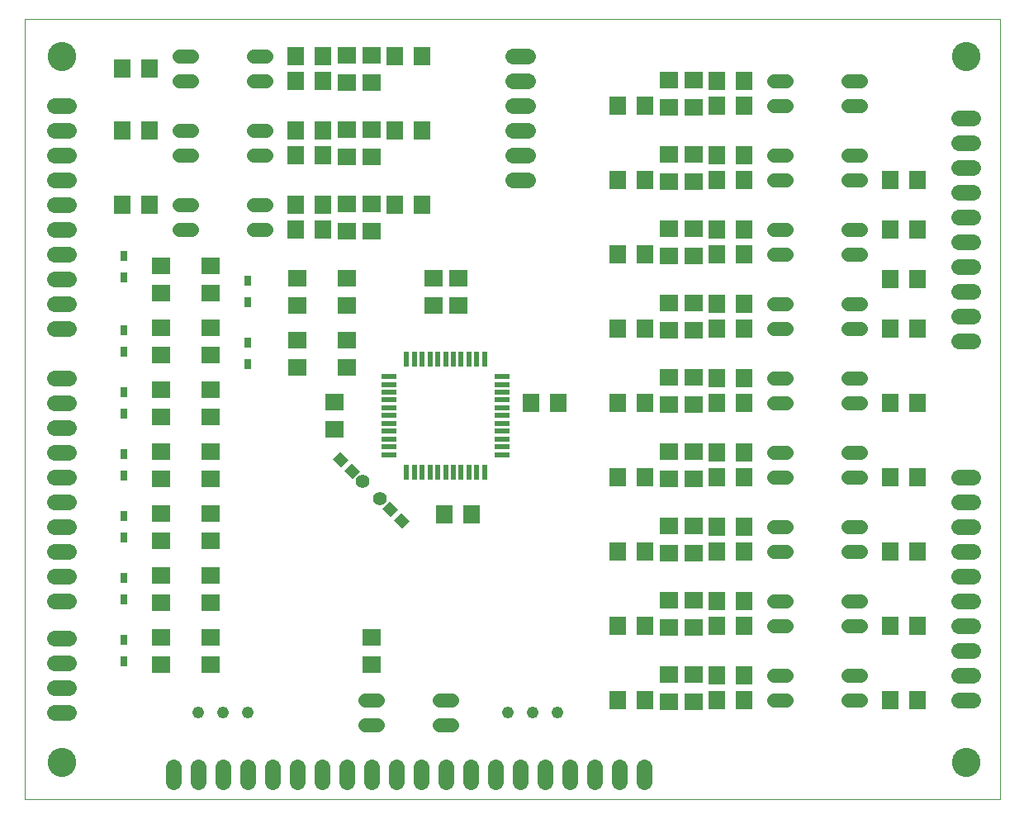
<source format=gts>
G75*
%MOIN*%
%OFA0B0*%
%FSLAX25Y25*%
%IPPOS*%
%LPD*%
%AMOC8*
5,1,8,0,0,1.08239X$1,22.5*
%
%ADD10C,0.00000*%
%ADD11R,0.06306X0.02369*%
%ADD12R,0.02369X0.06306*%
%ADD13R,0.06699X0.07487*%
%ADD14R,0.07487X0.06699*%
%ADD15R,0.07498X0.06699*%
%ADD16C,0.05600*%
%ADD17R,0.06699X0.07498*%
%ADD18C,0.06400*%
%ADD19C,0.04800*%
%ADD20R,0.02762X0.04337*%
%ADD21C,0.05600*%
%ADD22R,0.04731X0.04337*%
%ADD23C,0.06337*%
%ADD24C,0.11424*%
D10*
X0008000Y0004500D02*
X0008000Y0319461D01*
X0401701Y0319461D01*
X0401701Y0004500D01*
X0008000Y0004500D01*
X0017488Y0019500D02*
X0017490Y0019648D01*
X0017496Y0019796D01*
X0017506Y0019944D01*
X0017520Y0020091D01*
X0017538Y0020238D01*
X0017559Y0020384D01*
X0017585Y0020530D01*
X0017615Y0020675D01*
X0017648Y0020819D01*
X0017686Y0020962D01*
X0017727Y0021104D01*
X0017772Y0021245D01*
X0017820Y0021385D01*
X0017873Y0021524D01*
X0017929Y0021661D01*
X0017989Y0021796D01*
X0018052Y0021930D01*
X0018119Y0022062D01*
X0018190Y0022192D01*
X0018264Y0022320D01*
X0018341Y0022446D01*
X0018422Y0022570D01*
X0018506Y0022692D01*
X0018593Y0022811D01*
X0018684Y0022928D01*
X0018778Y0023043D01*
X0018874Y0023155D01*
X0018974Y0023265D01*
X0019076Y0023371D01*
X0019182Y0023475D01*
X0019290Y0023576D01*
X0019401Y0023674D01*
X0019514Y0023770D01*
X0019630Y0023862D01*
X0019748Y0023951D01*
X0019869Y0024036D01*
X0019992Y0024119D01*
X0020117Y0024198D01*
X0020244Y0024274D01*
X0020373Y0024346D01*
X0020504Y0024415D01*
X0020637Y0024480D01*
X0020772Y0024541D01*
X0020908Y0024599D01*
X0021045Y0024654D01*
X0021184Y0024704D01*
X0021325Y0024751D01*
X0021466Y0024794D01*
X0021609Y0024834D01*
X0021753Y0024869D01*
X0021897Y0024901D01*
X0022043Y0024928D01*
X0022189Y0024952D01*
X0022336Y0024972D01*
X0022483Y0024988D01*
X0022630Y0025000D01*
X0022778Y0025008D01*
X0022926Y0025012D01*
X0023074Y0025012D01*
X0023222Y0025008D01*
X0023370Y0025000D01*
X0023517Y0024988D01*
X0023664Y0024972D01*
X0023811Y0024952D01*
X0023957Y0024928D01*
X0024103Y0024901D01*
X0024247Y0024869D01*
X0024391Y0024834D01*
X0024534Y0024794D01*
X0024675Y0024751D01*
X0024816Y0024704D01*
X0024955Y0024654D01*
X0025092Y0024599D01*
X0025228Y0024541D01*
X0025363Y0024480D01*
X0025496Y0024415D01*
X0025627Y0024346D01*
X0025756Y0024274D01*
X0025883Y0024198D01*
X0026008Y0024119D01*
X0026131Y0024036D01*
X0026252Y0023951D01*
X0026370Y0023862D01*
X0026486Y0023770D01*
X0026599Y0023674D01*
X0026710Y0023576D01*
X0026818Y0023475D01*
X0026924Y0023371D01*
X0027026Y0023265D01*
X0027126Y0023155D01*
X0027222Y0023043D01*
X0027316Y0022928D01*
X0027407Y0022811D01*
X0027494Y0022692D01*
X0027578Y0022570D01*
X0027659Y0022446D01*
X0027736Y0022320D01*
X0027810Y0022192D01*
X0027881Y0022062D01*
X0027948Y0021930D01*
X0028011Y0021796D01*
X0028071Y0021661D01*
X0028127Y0021524D01*
X0028180Y0021385D01*
X0028228Y0021245D01*
X0028273Y0021104D01*
X0028314Y0020962D01*
X0028352Y0020819D01*
X0028385Y0020675D01*
X0028415Y0020530D01*
X0028441Y0020384D01*
X0028462Y0020238D01*
X0028480Y0020091D01*
X0028494Y0019944D01*
X0028504Y0019796D01*
X0028510Y0019648D01*
X0028512Y0019500D01*
X0028510Y0019352D01*
X0028504Y0019204D01*
X0028494Y0019056D01*
X0028480Y0018909D01*
X0028462Y0018762D01*
X0028441Y0018616D01*
X0028415Y0018470D01*
X0028385Y0018325D01*
X0028352Y0018181D01*
X0028314Y0018038D01*
X0028273Y0017896D01*
X0028228Y0017755D01*
X0028180Y0017615D01*
X0028127Y0017476D01*
X0028071Y0017339D01*
X0028011Y0017204D01*
X0027948Y0017070D01*
X0027881Y0016938D01*
X0027810Y0016808D01*
X0027736Y0016680D01*
X0027659Y0016554D01*
X0027578Y0016430D01*
X0027494Y0016308D01*
X0027407Y0016189D01*
X0027316Y0016072D01*
X0027222Y0015957D01*
X0027126Y0015845D01*
X0027026Y0015735D01*
X0026924Y0015629D01*
X0026818Y0015525D01*
X0026710Y0015424D01*
X0026599Y0015326D01*
X0026486Y0015230D01*
X0026370Y0015138D01*
X0026252Y0015049D01*
X0026131Y0014964D01*
X0026008Y0014881D01*
X0025883Y0014802D01*
X0025756Y0014726D01*
X0025627Y0014654D01*
X0025496Y0014585D01*
X0025363Y0014520D01*
X0025228Y0014459D01*
X0025092Y0014401D01*
X0024955Y0014346D01*
X0024816Y0014296D01*
X0024675Y0014249D01*
X0024534Y0014206D01*
X0024391Y0014166D01*
X0024247Y0014131D01*
X0024103Y0014099D01*
X0023957Y0014072D01*
X0023811Y0014048D01*
X0023664Y0014028D01*
X0023517Y0014012D01*
X0023370Y0014000D01*
X0023222Y0013992D01*
X0023074Y0013988D01*
X0022926Y0013988D01*
X0022778Y0013992D01*
X0022630Y0014000D01*
X0022483Y0014012D01*
X0022336Y0014028D01*
X0022189Y0014048D01*
X0022043Y0014072D01*
X0021897Y0014099D01*
X0021753Y0014131D01*
X0021609Y0014166D01*
X0021466Y0014206D01*
X0021325Y0014249D01*
X0021184Y0014296D01*
X0021045Y0014346D01*
X0020908Y0014401D01*
X0020772Y0014459D01*
X0020637Y0014520D01*
X0020504Y0014585D01*
X0020373Y0014654D01*
X0020244Y0014726D01*
X0020117Y0014802D01*
X0019992Y0014881D01*
X0019869Y0014964D01*
X0019748Y0015049D01*
X0019630Y0015138D01*
X0019514Y0015230D01*
X0019401Y0015326D01*
X0019290Y0015424D01*
X0019182Y0015525D01*
X0019076Y0015629D01*
X0018974Y0015735D01*
X0018874Y0015845D01*
X0018778Y0015957D01*
X0018684Y0016072D01*
X0018593Y0016189D01*
X0018506Y0016308D01*
X0018422Y0016430D01*
X0018341Y0016554D01*
X0018264Y0016680D01*
X0018190Y0016808D01*
X0018119Y0016938D01*
X0018052Y0017070D01*
X0017989Y0017204D01*
X0017929Y0017339D01*
X0017873Y0017476D01*
X0017820Y0017615D01*
X0017772Y0017755D01*
X0017727Y0017896D01*
X0017686Y0018038D01*
X0017648Y0018181D01*
X0017615Y0018325D01*
X0017585Y0018470D01*
X0017559Y0018616D01*
X0017538Y0018762D01*
X0017520Y0018909D01*
X0017506Y0019056D01*
X0017496Y0019204D01*
X0017490Y0019352D01*
X0017488Y0019500D01*
X0017488Y0304500D02*
X0017490Y0304648D01*
X0017496Y0304796D01*
X0017506Y0304944D01*
X0017520Y0305091D01*
X0017538Y0305238D01*
X0017559Y0305384D01*
X0017585Y0305530D01*
X0017615Y0305675D01*
X0017648Y0305819D01*
X0017686Y0305962D01*
X0017727Y0306104D01*
X0017772Y0306245D01*
X0017820Y0306385D01*
X0017873Y0306524D01*
X0017929Y0306661D01*
X0017989Y0306796D01*
X0018052Y0306930D01*
X0018119Y0307062D01*
X0018190Y0307192D01*
X0018264Y0307320D01*
X0018341Y0307446D01*
X0018422Y0307570D01*
X0018506Y0307692D01*
X0018593Y0307811D01*
X0018684Y0307928D01*
X0018778Y0308043D01*
X0018874Y0308155D01*
X0018974Y0308265D01*
X0019076Y0308371D01*
X0019182Y0308475D01*
X0019290Y0308576D01*
X0019401Y0308674D01*
X0019514Y0308770D01*
X0019630Y0308862D01*
X0019748Y0308951D01*
X0019869Y0309036D01*
X0019992Y0309119D01*
X0020117Y0309198D01*
X0020244Y0309274D01*
X0020373Y0309346D01*
X0020504Y0309415D01*
X0020637Y0309480D01*
X0020772Y0309541D01*
X0020908Y0309599D01*
X0021045Y0309654D01*
X0021184Y0309704D01*
X0021325Y0309751D01*
X0021466Y0309794D01*
X0021609Y0309834D01*
X0021753Y0309869D01*
X0021897Y0309901D01*
X0022043Y0309928D01*
X0022189Y0309952D01*
X0022336Y0309972D01*
X0022483Y0309988D01*
X0022630Y0310000D01*
X0022778Y0310008D01*
X0022926Y0310012D01*
X0023074Y0310012D01*
X0023222Y0310008D01*
X0023370Y0310000D01*
X0023517Y0309988D01*
X0023664Y0309972D01*
X0023811Y0309952D01*
X0023957Y0309928D01*
X0024103Y0309901D01*
X0024247Y0309869D01*
X0024391Y0309834D01*
X0024534Y0309794D01*
X0024675Y0309751D01*
X0024816Y0309704D01*
X0024955Y0309654D01*
X0025092Y0309599D01*
X0025228Y0309541D01*
X0025363Y0309480D01*
X0025496Y0309415D01*
X0025627Y0309346D01*
X0025756Y0309274D01*
X0025883Y0309198D01*
X0026008Y0309119D01*
X0026131Y0309036D01*
X0026252Y0308951D01*
X0026370Y0308862D01*
X0026486Y0308770D01*
X0026599Y0308674D01*
X0026710Y0308576D01*
X0026818Y0308475D01*
X0026924Y0308371D01*
X0027026Y0308265D01*
X0027126Y0308155D01*
X0027222Y0308043D01*
X0027316Y0307928D01*
X0027407Y0307811D01*
X0027494Y0307692D01*
X0027578Y0307570D01*
X0027659Y0307446D01*
X0027736Y0307320D01*
X0027810Y0307192D01*
X0027881Y0307062D01*
X0027948Y0306930D01*
X0028011Y0306796D01*
X0028071Y0306661D01*
X0028127Y0306524D01*
X0028180Y0306385D01*
X0028228Y0306245D01*
X0028273Y0306104D01*
X0028314Y0305962D01*
X0028352Y0305819D01*
X0028385Y0305675D01*
X0028415Y0305530D01*
X0028441Y0305384D01*
X0028462Y0305238D01*
X0028480Y0305091D01*
X0028494Y0304944D01*
X0028504Y0304796D01*
X0028510Y0304648D01*
X0028512Y0304500D01*
X0028510Y0304352D01*
X0028504Y0304204D01*
X0028494Y0304056D01*
X0028480Y0303909D01*
X0028462Y0303762D01*
X0028441Y0303616D01*
X0028415Y0303470D01*
X0028385Y0303325D01*
X0028352Y0303181D01*
X0028314Y0303038D01*
X0028273Y0302896D01*
X0028228Y0302755D01*
X0028180Y0302615D01*
X0028127Y0302476D01*
X0028071Y0302339D01*
X0028011Y0302204D01*
X0027948Y0302070D01*
X0027881Y0301938D01*
X0027810Y0301808D01*
X0027736Y0301680D01*
X0027659Y0301554D01*
X0027578Y0301430D01*
X0027494Y0301308D01*
X0027407Y0301189D01*
X0027316Y0301072D01*
X0027222Y0300957D01*
X0027126Y0300845D01*
X0027026Y0300735D01*
X0026924Y0300629D01*
X0026818Y0300525D01*
X0026710Y0300424D01*
X0026599Y0300326D01*
X0026486Y0300230D01*
X0026370Y0300138D01*
X0026252Y0300049D01*
X0026131Y0299964D01*
X0026008Y0299881D01*
X0025883Y0299802D01*
X0025756Y0299726D01*
X0025627Y0299654D01*
X0025496Y0299585D01*
X0025363Y0299520D01*
X0025228Y0299459D01*
X0025092Y0299401D01*
X0024955Y0299346D01*
X0024816Y0299296D01*
X0024675Y0299249D01*
X0024534Y0299206D01*
X0024391Y0299166D01*
X0024247Y0299131D01*
X0024103Y0299099D01*
X0023957Y0299072D01*
X0023811Y0299048D01*
X0023664Y0299028D01*
X0023517Y0299012D01*
X0023370Y0299000D01*
X0023222Y0298992D01*
X0023074Y0298988D01*
X0022926Y0298988D01*
X0022778Y0298992D01*
X0022630Y0299000D01*
X0022483Y0299012D01*
X0022336Y0299028D01*
X0022189Y0299048D01*
X0022043Y0299072D01*
X0021897Y0299099D01*
X0021753Y0299131D01*
X0021609Y0299166D01*
X0021466Y0299206D01*
X0021325Y0299249D01*
X0021184Y0299296D01*
X0021045Y0299346D01*
X0020908Y0299401D01*
X0020772Y0299459D01*
X0020637Y0299520D01*
X0020504Y0299585D01*
X0020373Y0299654D01*
X0020244Y0299726D01*
X0020117Y0299802D01*
X0019992Y0299881D01*
X0019869Y0299964D01*
X0019748Y0300049D01*
X0019630Y0300138D01*
X0019514Y0300230D01*
X0019401Y0300326D01*
X0019290Y0300424D01*
X0019182Y0300525D01*
X0019076Y0300629D01*
X0018974Y0300735D01*
X0018874Y0300845D01*
X0018778Y0300957D01*
X0018684Y0301072D01*
X0018593Y0301189D01*
X0018506Y0301308D01*
X0018422Y0301430D01*
X0018341Y0301554D01*
X0018264Y0301680D01*
X0018190Y0301808D01*
X0018119Y0301938D01*
X0018052Y0302070D01*
X0017989Y0302204D01*
X0017929Y0302339D01*
X0017873Y0302476D01*
X0017820Y0302615D01*
X0017772Y0302755D01*
X0017727Y0302896D01*
X0017686Y0303038D01*
X0017648Y0303181D01*
X0017615Y0303325D01*
X0017585Y0303470D01*
X0017559Y0303616D01*
X0017538Y0303762D01*
X0017520Y0303909D01*
X0017506Y0304056D01*
X0017496Y0304204D01*
X0017490Y0304352D01*
X0017488Y0304500D01*
X0382488Y0304500D02*
X0382490Y0304648D01*
X0382496Y0304796D01*
X0382506Y0304944D01*
X0382520Y0305091D01*
X0382538Y0305238D01*
X0382559Y0305384D01*
X0382585Y0305530D01*
X0382615Y0305675D01*
X0382648Y0305819D01*
X0382686Y0305962D01*
X0382727Y0306104D01*
X0382772Y0306245D01*
X0382820Y0306385D01*
X0382873Y0306524D01*
X0382929Y0306661D01*
X0382989Y0306796D01*
X0383052Y0306930D01*
X0383119Y0307062D01*
X0383190Y0307192D01*
X0383264Y0307320D01*
X0383341Y0307446D01*
X0383422Y0307570D01*
X0383506Y0307692D01*
X0383593Y0307811D01*
X0383684Y0307928D01*
X0383778Y0308043D01*
X0383874Y0308155D01*
X0383974Y0308265D01*
X0384076Y0308371D01*
X0384182Y0308475D01*
X0384290Y0308576D01*
X0384401Y0308674D01*
X0384514Y0308770D01*
X0384630Y0308862D01*
X0384748Y0308951D01*
X0384869Y0309036D01*
X0384992Y0309119D01*
X0385117Y0309198D01*
X0385244Y0309274D01*
X0385373Y0309346D01*
X0385504Y0309415D01*
X0385637Y0309480D01*
X0385772Y0309541D01*
X0385908Y0309599D01*
X0386045Y0309654D01*
X0386184Y0309704D01*
X0386325Y0309751D01*
X0386466Y0309794D01*
X0386609Y0309834D01*
X0386753Y0309869D01*
X0386897Y0309901D01*
X0387043Y0309928D01*
X0387189Y0309952D01*
X0387336Y0309972D01*
X0387483Y0309988D01*
X0387630Y0310000D01*
X0387778Y0310008D01*
X0387926Y0310012D01*
X0388074Y0310012D01*
X0388222Y0310008D01*
X0388370Y0310000D01*
X0388517Y0309988D01*
X0388664Y0309972D01*
X0388811Y0309952D01*
X0388957Y0309928D01*
X0389103Y0309901D01*
X0389247Y0309869D01*
X0389391Y0309834D01*
X0389534Y0309794D01*
X0389675Y0309751D01*
X0389816Y0309704D01*
X0389955Y0309654D01*
X0390092Y0309599D01*
X0390228Y0309541D01*
X0390363Y0309480D01*
X0390496Y0309415D01*
X0390627Y0309346D01*
X0390756Y0309274D01*
X0390883Y0309198D01*
X0391008Y0309119D01*
X0391131Y0309036D01*
X0391252Y0308951D01*
X0391370Y0308862D01*
X0391486Y0308770D01*
X0391599Y0308674D01*
X0391710Y0308576D01*
X0391818Y0308475D01*
X0391924Y0308371D01*
X0392026Y0308265D01*
X0392126Y0308155D01*
X0392222Y0308043D01*
X0392316Y0307928D01*
X0392407Y0307811D01*
X0392494Y0307692D01*
X0392578Y0307570D01*
X0392659Y0307446D01*
X0392736Y0307320D01*
X0392810Y0307192D01*
X0392881Y0307062D01*
X0392948Y0306930D01*
X0393011Y0306796D01*
X0393071Y0306661D01*
X0393127Y0306524D01*
X0393180Y0306385D01*
X0393228Y0306245D01*
X0393273Y0306104D01*
X0393314Y0305962D01*
X0393352Y0305819D01*
X0393385Y0305675D01*
X0393415Y0305530D01*
X0393441Y0305384D01*
X0393462Y0305238D01*
X0393480Y0305091D01*
X0393494Y0304944D01*
X0393504Y0304796D01*
X0393510Y0304648D01*
X0393512Y0304500D01*
X0393510Y0304352D01*
X0393504Y0304204D01*
X0393494Y0304056D01*
X0393480Y0303909D01*
X0393462Y0303762D01*
X0393441Y0303616D01*
X0393415Y0303470D01*
X0393385Y0303325D01*
X0393352Y0303181D01*
X0393314Y0303038D01*
X0393273Y0302896D01*
X0393228Y0302755D01*
X0393180Y0302615D01*
X0393127Y0302476D01*
X0393071Y0302339D01*
X0393011Y0302204D01*
X0392948Y0302070D01*
X0392881Y0301938D01*
X0392810Y0301808D01*
X0392736Y0301680D01*
X0392659Y0301554D01*
X0392578Y0301430D01*
X0392494Y0301308D01*
X0392407Y0301189D01*
X0392316Y0301072D01*
X0392222Y0300957D01*
X0392126Y0300845D01*
X0392026Y0300735D01*
X0391924Y0300629D01*
X0391818Y0300525D01*
X0391710Y0300424D01*
X0391599Y0300326D01*
X0391486Y0300230D01*
X0391370Y0300138D01*
X0391252Y0300049D01*
X0391131Y0299964D01*
X0391008Y0299881D01*
X0390883Y0299802D01*
X0390756Y0299726D01*
X0390627Y0299654D01*
X0390496Y0299585D01*
X0390363Y0299520D01*
X0390228Y0299459D01*
X0390092Y0299401D01*
X0389955Y0299346D01*
X0389816Y0299296D01*
X0389675Y0299249D01*
X0389534Y0299206D01*
X0389391Y0299166D01*
X0389247Y0299131D01*
X0389103Y0299099D01*
X0388957Y0299072D01*
X0388811Y0299048D01*
X0388664Y0299028D01*
X0388517Y0299012D01*
X0388370Y0299000D01*
X0388222Y0298992D01*
X0388074Y0298988D01*
X0387926Y0298988D01*
X0387778Y0298992D01*
X0387630Y0299000D01*
X0387483Y0299012D01*
X0387336Y0299028D01*
X0387189Y0299048D01*
X0387043Y0299072D01*
X0386897Y0299099D01*
X0386753Y0299131D01*
X0386609Y0299166D01*
X0386466Y0299206D01*
X0386325Y0299249D01*
X0386184Y0299296D01*
X0386045Y0299346D01*
X0385908Y0299401D01*
X0385772Y0299459D01*
X0385637Y0299520D01*
X0385504Y0299585D01*
X0385373Y0299654D01*
X0385244Y0299726D01*
X0385117Y0299802D01*
X0384992Y0299881D01*
X0384869Y0299964D01*
X0384748Y0300049D01*
X0384630Y0300138D01*
X0384514Y0300230D01*
X0384401Y0300326D01*
X0384290Y0300424D01*
X0384182Y0300525D01*
X0384076Y0300629D01*
X0383974Y0300735D01*
X0383874Y0300845D01*
X0383778Y0300957D01*
X0383684Y0301072D01*
X0383593Y0301189D01*
X0383506Y0301308D01*
X0383422Y0301430D01*
X0383341Y0301554D01*
X0383264Y0301680D01*
X0383190Y0301808D01*
X0383119Y0301938D01*
X0383052Y0302070D01*
X0382989Y0302204D01*
X0382929Y0302339D01*
X0382873Y0302476D01*
X0382820Y0302615D01*
X0382772Y0302755D01*
X0382727Y0302896D01*
X0382686Y0303038D01*
X0382648Y0303181D01*
X0382615Y0303325D01*
X0382585Y0303470D01*
X0382559Y0303616D01*
X0382538Y0303762D01*
X0382520Y0303909D01*
X0382506Y0304056D01*
X0382496Y0304204D01*
X0382490Y0304352D01*
X0382488Y0304500D01*
X0382488Y0019500D02*
X0382490Y0019648D01*
X0382496Y0019796D01*
X0382506Y0019944D01*
X0382520Y0020091D01*
X0382538Y0020238D01*
X0382559Y0020384D01*
X0382585Y0020530D01*
X0382615Y0020675D01*
X0382648Y0020819D01*
X0382686Y0020962D01*
X0382727Y0021104D01*
X0382772Y0021245D01*
X0382820Y0021385D01*
X0382873Y0021524D01*
X0382929Y0021661D01*
X0382989Y0021796D01*
X0383052Y0021930D01*
X0383119Y0022062D01*
X0383190Y0022192D01*
X0383264Y0022320D01*
X0383341Y0022446D01*
X0383422Y0022570D01*
X0383506Y0022692D01*
X0383593Y0022811D01*
X0383684Y0022928D01*
X0383778Y0023043D01*
X0383874Y0023155D01*
X0383974Y0023265D01*
X0384076Y0023371D01*
X0384182Y0023475D01*
X0384290Y0023576D01*
X0384401Y0023674D01*
X0384514Y0023770D01*
X0384630Y0023862D01*
X0384748Y0023951D01*
X0384869Y0024036D01*
X0384992Y0024119D01*
X0385117Y0024198D01*
X0385244Y0024274D01*
X0385373Y0024346D01*
X0385504Y0024415D01*
X0385637Y0024480D01*
X0385772Y0024541D01*
X0385908Y0024599D01*
X0386045Y0024654D01*
X0386184Y0024704D01*
X0386325Y0024751D01*
X0386466Y0024794D01*
X0386609Y0024834D01*
X0386753Y0024869D01*
X0386897Y0024901D01*
X0387043Y0024928D01*
X0387189Y0024952D01*
X0387336Y0024972D01*
X0387483Y0024988D01*
X0387630Y0025000D01*
X0387778Y0025008D01*
X0387926Y0025012D01*
X0388074Y0025012D01*
X0388222Y0025008D01*
X0388370Y0025000D01*
X0388517Y0024988D01*
X0388664Y0024972D01*
X0388811Y0024952D01*
X0388957Y0024928D01*
X0389103Y0024901D01*
X0389247Y0024869D01*
X0389391Y0024834D01*
X0389534Y0024794D01*
X0389675Y0024751D01*
X0389816Y0024704D01*
X0389955Y0024654D01*
X0390092Y0024599D01*
X0390228Y0024541D01*
X0390363Y0024480D01*
X0390496Y0024415D01*
X0390627Y0024346D01*
X0390756Y0024274D01*
X0390883Y0024198D01*
X0391008Y0024119D01*
X0391131Y0024036D01*
X0391252Y0023951D01*
X0391370Y0023862D01*
X0391486Y0023770D01*
X0391599Y0023674D01*
X0391710Y0023576D01*
X0391818Y0023475D01*
X0391924Y0023371D01*
X0392026Y0023265D01*
X0392126Y0023155D01*
X0392222Y0023043D01*
X0392316Y0022928D01*
X0392407Y0022811D01*
X0392494Y0022692D01*
X0392578Y0022570D01*
X0392659Y0022446D01*
X0392736Y0022320D01*
X0392810Y0022192D01*
X0392881Y0022062D01*
X0392948Y0021930D01*
X0393011Y0021796D01*
X0393071Y0021661D01*
X0393127Y0021524D01*
X0393180Y0021385D01*
X0393228Y0021245D01*
X0393273Y0021104D01*
X0393314Y0020962D01*
X0393352Y0020819D01*
X0393385Y0020675D01*
X0393415Y0020530D01*
X0393441Y0020384D01*
X0393462Y0020238D01*
X0393480Y0020091D01*
X0393494Y0019944D01*
X0393504Y0019796D01*
X0393510Y0019648D01*
X0393512Y0019500D01*
X0393510Y0019352D01*
X0393504Y0019204D01*
X0393494Y0019056D01*
X0393480Y0018909D01*
X0393462Y0018762D01*
X0393441Y0018616D01*
X0393415Y0018470D01*
X0393385Y0018325D01*
X0393352Y0018181D01*
X0393314Y0018038D01*
X0393273Y0017896D01*
X0393228Y0017755D01*
X0393180Y0017615D01*
X0393127Y0017476D01*
X0393071Y0017339D01*
X0393011Y0017204D01*
X0392948Y0017070D01*
X0392881Y0016938D01*
X0392810Y0016808D01*
X0392736Y0016680D01*
X0392659Y0016554D01*
X0392578Y0016430D01*
X0392494Y0016308D01*
X0392407Y0016189D01*
X0392316Y0016072D01*
X0392222Y0015957D01*
X0392126Y0015845D01*
X0392026Y0015735D01*
X0391924Y0015629D01*
X0391818Y0015525D01*
X0391710Y0015424D01*
X0391599Y0015326D01*
X0391486Y0015230D01*
X0391370Y0015138D01*
X0391252Y0015049D01*
X0391131Y0014964D01*
X0391008Y0014881D01*
X0390883Y0014802D01*
X0390756Y0014726D01*
X0390627Y0014654D01*
X0390496Y0014585D01*
X0390363Y0014520D01*
X0390228Y0014459D01*
X0390092Y0014401D01*
X0389955Y0014346D01*
X0389816Y0014296D01*
X0389675Y0014249D01*
X0389534Y0014206D01*
X0389391Y0014166D01*
X0389247Y0014131D01*
X0389103Y0014099D01*
X0388957Y0014072D01*
X0388811Y0014048D01*
X0388664Y0014028D01*
X0388517Y0014012D01*
X0388370Y0014000D01*
X0388222Y0013992D01*
X0388074Y0013988D01*
X0387926Y0013988D01*
X0387778Y0013992D01*
X0387630Y0014000D01*
X0387483Y0014012D01*
X0387336Y0014028D01*
X0387189Y0014048D01*
X0387043Y0014072D01*
X0386897Y0014099D01*
X0386753Y0014131D01*
X0386609Y0014166D01*
X0386466Y0014206D01*
X0386325Y0014249D01*
X0386184Y0014296D01*
X0386045Y0014346D01*
X0385908Y0014401D01*
X0385772Y0014459D01*
X0385637Y0014520D01*
X0385504Y0014585D01*
X0385373Y0014654D01*
X0385244Y0014726D01*
X0385117Y0014802D01*
X0384992Y0014881D01*
X0384869Y0014964D01*
X0384748Y0015049D01*
X0384630Y0015138D01*
X0384514Y0015230D01*
X0384401Y0015326D01*
X0384290Y0015424D01*
X0384182Y0015525D01*
X0384076Y0015629D01*
X0383974Y0015735D01*
X0383874Y0015845D01*
X0383778Y0015957D01*
X0383684Y0016072D01*
X0383593Y0016189D01*
X0383506Y0016308D01*
X0383422Y0016430D01*
X0383341Y0016554D01*
X0383264Y0016680D01*
X0383190Y0016808D01*
X0383119Y0016938D01*
X0383052Y0017070D01*
X0382989Y0017204D01*
X0382929Y0017339D01*
X0382873Y0017476D01*
X0382820Y0017615D01*
X0382772Y0017755D01*
X0382727Y0017896D01*
X0382686Y0018038D01*
X0382648Y0018181D01*
X0382615Y0018325D01*
X0382585Y0018470D01*
X0382559Y0018616D01*
X0382538Y0018762D01*
X0382520Y0018909D01*
X0382506Y0019056D01*
X0382496Y0019204D01*
X0382490Y0019352D01*
X0382488Y0019500D01*
D11*
X0200835Y0143752D03*
X0200835Y0146902D03*
X0200835Y0150051D03*
X0200835Y0153201D03*
X0200835Y0156350D03*
X0200835Y0159500D03*
X0200835Y0162650D03*
X0200835Y0165799D03*
X0200835Y0168949D03*
X0200835Y0172098D03*
X0200835Y0175248D03*
X0155165Y0175248D03*
X0155165Y0172098D03*
X0155165Y0168949D03*
X0155165Y0165799D03*
X0155165Y0162650D03*
X0155165Y0159500D03*
X0155165Y0156350D03*
X0155165Y0153201D03*
X0155165Y0150051D03*
X0155165Y0146902D03*
X0155165Y0143752D03*
D12*
X0162252Y0136665D03*
X0165402Y0136665D03*
X0168551Y0136665D03*
X0171701Y0136665D03*
X0174850Y0136665D03*
X0178000Y0136665D03*
X0181150Y0136665D03*
X0184299Y0136665D03*
X0187449Y0136665D03*
X0190598Y0136665D03*
X0193748Y0136665D03*
X0193748Y0182335D03*
X0190598Y0182335D03*
X0187449Y0182335D03*
X0184299Y0182335D03*
X0181150Y0182335D03*
X0178000Y0182335D03*
X0174850Y0182335D03*
X0171701Y0182335D03*
X0168551Y0182335D03*
X0165402Y0182335D03*
X0162252Y0182335D03*
D13*
X0212488Y0164500D03*
X0223512Y0164500D03*
X0188512Y0119500D03*
X0177488Y0119500D03*
D14*
X0133000Y0153988D03*
X0133000Y0165012D03*
X0138000Y0178988D03*
X0138000Y0190012D03*
X0138000Y0203988D03*
X0138000Y0215012D03*
X0183000Y0215012D03*
X0183000Y0203988D03*
X0083000Y0208988D03*
X0083000Y0220012D03*
X0083000Y0195012D03*
X0083000Y0183988D03*
X0083000Y0170012D03*
X0083000Y0158988D03*
X0083000Y0145012D03*
X0083000Y0133988D03*
X0083000Y0120012D03*
X0083000Y0108988D03*
X0083000Y0095012D03*
X0083000Y0083988D03*
X0083000Y0070012D03*
X0083000Y0058988D03*
D15*
X0063000Y0058902D03*
X0063000Y0070098D03*
X0063000Y0083902D03*
X0063000Y0095098D03*
X0063000Y0108902D03*
X0063000Y0120098D03*
X0063000Y0133902D03*
X0063000Y0145098D03*
X0063000Y0158902D03*
X0063000Y0170098D03*
X0063000Y0183902D03*
X0063000Y0195098D03*
X0063000Y0208902D03*
X0063000Y0220098D03*
X0118000Y0215098D03*
X0118000Y0203902D03*
X0118000Y0190098D03*
X0118000Y0178902D03*
X0173000Y0203902D03*
X0173000Y0215098D03*
X0148000Y0233902D03*
X0138000Y0233902D03*
X0138000Y0245098D03*
X0148000Y0245098D03*
X0148000Y0263902D03*
X0138000Y0263902D03*
X0138000Y0275098D03*
X0148000Y0275098D03*
X0148000Y0293902D03*
X0138000Y0293902D03*
X0138000Y0305098D03*
X0148000Y0305098D03*
X0268000Y0295098D03*
X0278000Y0295098D03*
X0278000Y0283902D03*
X0268000Y0283902D03*
X0268000Y0265098D03*
X0278000Y0265098D03*
X0278000Y0253902D03*
X0268000Y0253902D03*
X0268000Y0235098D03*
X0278000Y0235098D03*
X0278000Y0223902D03*
X0268000Y0223902D03*
X0268000Y0205098D03*
X0278000Y0205098D03*
X0278000Y0193902D03*
X0268000Y0193902D03*
X0268000Y0175098D03*
X0278000Y0175098D03*
X0278000Y0163902D03*
X0268000Y0163902D03*
X0268000Y0145098D03*
X0278000Y0145098D03*
X0278000Y0133902D03*
X0268000Y0133902D03*
X0268000Y0115098D03*
X0278000Y0115098D03*
X0278000Y0103902D03*
X0268000Y0103902D03*
X0268000Y0085098D03*
X0278000Y0085098D03*
X0278000Y0073902D03*
X0268000Y0073902D03*
X0268000Y0055098D03*
X0278000Y0055098D03*
X0278000Y0043902D03*
X0268000Y0043902D03*
X0148000Y0058902D03*
X0148000Y0070098D03*
D16*
X0145400Y0044500D02*
X0150600Y0044500D01*
X0150600Y0034500D02*
X0145400Y0034500D01*
X0175400Y0034500D02*
X0180600Y0034500D01*
X0180600Y0044500D02*
X0175400Y0044500D01*
X0310400Y0044500D02*
X0315600Y0044500D01*
X0315600Y0054500D02*
X0310400Y0054500D01*
X0310400Y0074500D02*
X0315600Y0074500D01*
X0315600Y0084500D02*
X0310400Y0084500D01*
X0310400Y0104500D02*
X0315600Y0104500D01*
X0315600Y0114500D02*
X0310400Y0114500D01*
X0310400Y0134500D02*
X0315600Y0134500D01*
X0315600Y0144500D02*
X0310400Y0144500D01*
X0310400Y0164500D02*
X0315600Y0164500D01*
X0315600Y0174500D02*
X0310400Y0174500D01*
X0310400Y0194500D02*
X0315600Y0194500D01*
X0315600Y0204500D02*
X0310400Y0204500D01*
X0310400Y0224500D02*
X0315600Y0224500D01*
X0315600Y0234500D02*
X0310400Y0234500D01*
X0310400Y0254500D02*
X0315600Y0254500D01*
X0315600Y0264500D02*
X0310400Y0264500D01*
X0310400Y0284500D02*
X0315600Y0284500D01*
X0315600Y0294500D02*
X0310400Y0294500D01*
X0340400Y0294500D02*
X0345600Y0294500D01*
X0345600Y0284500D02*
X0340400Y0284500D01*
X0340400Y0264500D02*
X0345600Y0264500D01*
X0345600Y0254500D02*
X0340400Y0254500D01*
X0340400Y0234500D02*
X0345600Y0234500D01*
X0345600Y0224500D02*
X0340400Y0224500D01*
X0340400Y0204500D02*
X0345600Y0204500D01*
X0345600Y0194500D02*
X0340400Y0194500D01*
X0340400Y0174500D02*
X0345600Y0174500D01*
X0345600Y0164500D02*
X0340400Y0164500D01*
X0340400Y0144500D02*
X0345600Y0144500D01*
X0345600Y0134500D02*
X0340400Y0134500D01*
X0340400Y0114500D02*
X0345600Y0114500D01*
X0345600Y0104500D02*
X0340400Y0104500D01*
X0340400Y0084500D02*
X0345600Y0084500D01*
X0345600Y0074500D02*
X0340400Y0074500D01*
X0340400Y0054500D02*
X0345600Y0054500D01*
X0345600Y0044500D02*
X0340400Y0044500D01*
X0105600Y0234500D02*
X0100400Y0234500D01*
X0100400Y0244500D02*
X0105600Y0244500D01*
X0105600Y0264500D02*
X0100400Y0264500D01*
X0100400Y0274500D02*
X0105600Y0274500D01*
X0105600Y0294500D02*
X0100400Y0294500D01*
X0100400Y0304500D02*
X0105600Y0304500D01*
X0075600Y0304500D02*
X0070400Y0304500D01*
X0070400Y0294500D02*
X0075600Y0294500D01*
X0075600Y0274500D02*
X0070400Y0274500D01*
X0070400Y0264500D02*
X0075600Y0264500D01*
X0075600Y0244500D02*
X0070400Y0244500D01*
X0070400Y0234500D02*
X0075600Y0234500D01*
D17*
X0058598Y0244500D03*
X0047402Y0244500D03*
X0047402Y0274500D03*
X0058598Y0274500D03*
X0058598Y0299500D03*
X0047402Y0299500D03*
X0117402Y0294500D03*
X0128598Y0294500D03*
X0128598Y0304500D03*
X0117402Y0304500D03*
X0117402Y0274500D03*
X0117402Y0264500D03*
X0128598Y0264500D03*
X0128598Y0274500D03*
X0157402Y0274500D03*
X0168598Y0274500D03*
X0168598Y0244500D03*
X0157402Y0244500D03*
X0128598Y0244500D03*
X0128598Y0234500D03*
X0117402Y0234500D03*
X0117402Y0244500D03*
X0157402Y0304500D03*
X0168598Y0304500D03*
X0247402Y0284500D03*
X0258598Y0284500D03*
X0287402Y0284500D03*
X0298598Y0284500D03*
X0298598Y0294500D03*
X0287402Y0294500D03*
X0287402Y0264500D03*
X0298598Y0264500D03*
X0298598Y0254500D03*
X0287402Y0254500D03*
X0287402Y0234500D03*
X0298598Y0234500D03*
X0298598Y0224500D03*
X0287402Y0224500D03*
X0287402Y0204500D03*
X0298598Y0204500D03*
X0298598Y0194500D03*
X0287402Y0194500D03*
X0287402Y0174500D03*
X0298598Y0174500D03*
X0298598Y0164500D03*
X0287402Y0164500D03*
X0287402Y0144500D03*
X0298598Y0144500D03*
X0298598Y0134500D03*
X0287402Y0134500D03*
X0287402Y0114500D03*
X0298598Y0114500D03*
X0298598Y0104500D03*
X0287402Y0104500D03*
X0287402Y0084500D03*
X0298598Y0084500D03*
X0298598Y0074500D03*
X0287402Y0074500D03*
X0287402Y0054500D03*
X0298598Y0054500D03*
X0298598Y0044500D03*
X0287402Y0044500D03*
X0258598Y0044500D03*
X0247402Y0044500D03*
X0247402Y0074500D03*
X0258598Y0074500D03*
X0258598Y0104500D03*
X0247402Y0104500D03*
X0247402Y0134500D03*
X0258598Y0134500D03*
X0258598Y0164500D03*
X0247402Y0164500D03*
X0247402Y0194500D03*
X0258598Y0194500D03*
X0258598Y0224500D03*
X0247402Y0224500D03*
X0247402Y0254500D03*
X0258598Y0254500D03*
X0357402Y0254500D03*
X0368598Y0254500D03*
X0368598Y0234500D03*
X0357402Y0234500D03*
X0357402Y0214500D03*
X0368598Y0214500D03*
X0368598Y0194500D03*
X0357402Y0194500D03*
X0357402Y0164500D03*
X0368598Y0164500D03*
X0368598Y0134500D03*
X0357402Y0134500D03*
X0357402Y0104500D03*
X0368598Y0104500D03*
X0368598Y0074500D03*
X0357402Y0074500D03*
X0357402Y0044500D03*
X0368598Y0044500D03*
D18*
X0258000Y0017500D02*
X0258000Y0011500D01*
X0248000Y0011500D02*
X0248000Y0017500D01*
X0238000Y0017500D02*
X0238000Y0011500D01*
X0228000Y0011500D02*
X0228000Y0017500D01*
X0218000Y0017500D02*
X0218000Y0011500D01*
X0208000Y0011500D02*
X0208000Y0017500D01*
X0198000Y0017500D02*
X0198000Y0011500D01*
X0188000Y0011500D02*
X0188000Y0017500D01*
X0178000Y0017500D02*
X0178000Y0011500D01*
X0168000Y0011500D02*
X0168000Y0017500D01*
X0158000Y0017500D02*
X0158000Y0011500D01*
X0148000Y0011500D02*
X0148000Y0017500D01*
X0138000Y0017500D02*
X0138000Y0011500D01*
X0128000Y0011500D02*
X0128000Y0017500D01*
X0118000Y0017500D02*
X0118000Y0011500D01*
X0108000Y0011500D02*
X0108000Y0017500D01*
X0098000Y0017500D02*
X0098000Y0011500D01*
X0088000Y0011500D02*
X0088000Y0017500D01*
X0078000Y0017500D02*
X0078000Y0011500D01*
X0068000Y0011500D02*
X0068000Y0017500D01*
X0205000Y0254500D02*
X0211000Y0254500D01*
X0211000Y0264500D02*
X0205000Y0264500D01*
X0205000Y0274500D02*
X0211000Y0274500D01*
X0211000Y0284500D02*
X0205000Y0284500D01*
X0205000Y0294500D02*
X0211000Y0294500D01*
X0211000Y0304500D02*
X0205000Y0304500D01*
D19*
X0203000Y0039500D03*
X0213000Y0039500D03*
X0223000Y0039500D03*
X0098000Y0039500D03*
X0088000Y0039500D03*
X0078000Y0039500D03*
D20*
X0048000Y0060169D03*
X0048000Y0068831D03*
X0048000Y0085169D03*
X0048000Y0093831D03*
X0048000Y0110169D03*
X0048000Y0118831D03*
X0048000Y0135169D03*
X0048000Y0143831D03*
X0048000Y0160169D03*
X0048000Y0168831D03*
X0048000Y0185169D03*
X0048000Y0193831D03*
X0048000Y0215169D03*
X0048000Y0223831D03*
X0098000Y0213831D03*
X0098000Y0205169D03*
X0098000Y0188831D03*
X0098000Y0180169D03*
D21*
X0144464Y0133036D03*
X0151536Y0125964D03*
D22*
G36*
X0155495Y0125071D02*
X0158839Y0121727D01*
X0155773Y0118661D01*
X0152429Y0122005D01*
X0155495Y0125071D01*
G37*
G36*
X0160227Y0120339D02*
X0163571Y0116995D01*
X0160505Y0113929D01*
X0157161Y0117273D01*
X0160227Y0120339D01*
G37*
G36*
X0140505Y0133929D02*
X0137161Y0137273D01*
X0140227Y0140339D01*
X0143571Y0136995D01*
X0140505Y0133929D01*
G37*
G36*
X0135773Y0138661D02*
X0132429Y0142005D01*
X0135495Y0145071D01*
X0138839Y0141727D01*
X0135773Y0138661D01*
G37*
D23*
X0025969Y0134500D02*
X0020031Y0134500D01*
X0020031Y0124500D02*
X0025969Y0124500D01*
X0025969Y0114500D02*
X0020031Y0114500D01*
X0020031Y0104500D02*
X0025969Y0104500D01*
X0025969Y0094500D02*
X0020031Y0094500D01*
X0020031Y0084500D02*
X0025969Y0084500D01*
X0025969Y0069500D02*
X0020031Y0069500D01*
X0020031Y0059500D02*
X0025969Y0059500D01*
X0025969Y0049500D02*
X0020031Y0049500D01*
X0020031Y0039500D02*
X0025969Y0039500D01*
X0025969Y0144500D02*
X0020031Y0144500D01*
X0020031Y0154500D02*
X0025969Y0154500D01*
X0025969Y0164500D02*
X0020031Y0164500D01*
X0020031Y0174500D02*
X0025969Y0174500D01*
X0025969Y0194500D02*
X0020031Y0194500D01*
X0020031Y0204500D02*
X0025969Y0204500D01*
X0025969Y0214500D02*
X0020031Y0214500D01*
X0020031Y0224500D02*
X0025969Y0224500D01*
X0025969Y0234500D02*
X0020031Y0234500D01*
X0020031Y0244500D02*
X0025969Y0244500D01*
X0025969Y0254500D02*
X0020031Y0254500D01*
X0020031Y0264500D02*
X0025969Y0264500D01*
X0025969Y0274500D02*
X0020031Y0274500D01*
X0020031Y0284500D02*
X0025969Y0284500D01*
X0385031Y0279500D02*
X0390969Y0279500D01*
X0390969Y0269500D02*
X0385031Y0269500D01*
X0385031Y0259500D02*
X0390969Y0259500D01*
X0390969Y0249500D02*
X0385031Y0249500D01*
X0385031Y0239500D02*
X0390969Y0239500D01*
X0390969Y0229500D02*
X0385031Y0229500D01*
X0385031Y0219500D02*
X0390969Y0219500D01*
X0390969Y0209500D02*
X0385031Y0209500D01*
X0385031Y0199500D02*
X0390969Y0199500D01*
X0390969Y0189500D02*
X0385031Y0189500D01*
X0385031Y0134500D02*
X0390969Y0134500D01*
X0390969Y0124500D02*
X0385031Y0124500D01*
X0385031Y0114500D02*
X0390969Y0114500D01*
X0390969Y0104500D02*
X0385031Y0104500D01*
X0385031Y0094500D02*
X0390969Y0094500D01*
X0390969Y0084500D02*
X0385031Y0084500D01*
X0385031Y0074500D02*
X0390969Y0074500D01*
X0390969Y0064500D02*
X0385031Y0064500D01*
X0385031Y0054500D02*
X0390969Y0054500D01*
X0390969Y0044500D02*
X0385031Y0044500D01*
D24*
X0388000Y0019500D03*
X0388000Y0304500D03*
X0023000Y0304500D03*
X0023000Y0019500D03*
M02*

</source>
